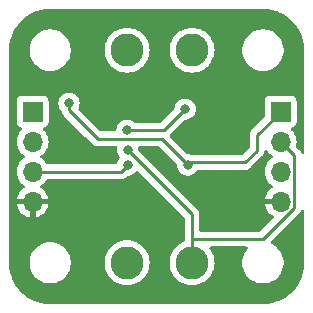
<source format=gbr>
%TF.GenerationSoftware,KiCad,Pcbnew,7.0.6*%
%TF.CreationDate,2023-11-15T13:56:34-06:00*%
%TF.ProjectId,TorqueSensorAmpifierPCB,546f7271-7565-4536-956e-736f72416d70,rev?*%
%TF.SameCoordinates,Original*%
%TF.FileFunction,Copper,L2,Bot*%
%TF.FilePolarity,Positive*%
%FSLAX46Y46*%
G04 Gerber Fmt 4.6, Leading zero omitted, Abs format (unit mm)*
G04 Created by KiCad (PCBNEW 7.0.6) date 2023-11-15 13:56:34*
%MOMM*%
%LPD*%
G01*
G04 APERTURE LIST*
%TA.AperFunction,ComponentPad*%
%ADD10C,2.800000*%
%TD*%
%TA.AperFunction,ComponentPad*%
%ADD11R,1.700000X1.700000*%
%TD*%
%TA.AperFunction,ComponentPad*%
%ADD12O,1.700000X1.700000*%
%TD*%
%TA.AperFunction,ViaPad*%
%ADD13C,0.800000*%
%TD*%
%TA.AperFunction,Conductor*%
%ADD14C,0.250000*%
%TD*%
G04 APERTURE END LIST*
D10*
%TO.P,TP1,1,1*%
%TO.N,/SIG_IN_+*%
X73000000Y-91500000D03*
%TD*%
D11*
%TO.P,J2,1,Pin_1*%
%TO.N,+5V*%
X80500000Y-96700000D03*
D12*
%TO.P,J2,2,Pin_2*%
%TO.N,GNDS*%
X80500000Y-99240000D03*
%TO.P,J2,3,Pin_3*%
%TO.N,/SIG_OUT_+*%
X80500000Y-101780000D03*
%TO.P,J2,4,Pin_4*%
%TO.N,GND*%
X80500000Y-104320000D03*
%TD*%
D10*
%TO.P,TP4,1,1*%
%TO.N,GNDS*%
X73000000Y-109500000D03*
%TD*%
%TO.P,TP2,1,1*%
%TO.N,GNDS*%
X67500000Y-91500000D03*
%TD*%
%TO.P,TP3,1,1*%
%TO.N,/SIG_OUT_+*%
X67500000Y-109500000D03*
%TD*%
D11*
%TO.P,J1,1,Pin_1*%
%TO.N,+5V*%
X59500000Y-96700000D03*
D12*
%TO.P,J1,2,Pin_2*%
%TO.N,GNDS*%
X59500000Y-99240000D03*
%TO.P,J1,3,Pin_3*%
%TO.N,/SIG_IN_+*%
X59500000Y-101780000D03*
%TO.P,J1,4,Pin_4*%
%TO.N,GND*%
X59500000Y-104320000D03*
%TD*%
D13*
%TO.N,Net-(R2-Pad1)*%
X72412500Y-96500000D03*
X67500000Y-98275500D03*
%TO.N,+5V*%
X62587500Y-96000000D03*
X72647550Y-101230000D03*
%TO.N,GNDS*%
X67550000Y-99960000D03*
%TO.N,/SIG_IN_+*%
X67550000Y-101230000D03*
%TD*%
D14*
%TO.N,+5V*%
X72647550Y-101230000D02*
X70417550Y-99000000D01*
X62587500Y-96587500D02*
X62587500Y-96000000D01*
X70417550Y-99000000D02*
X65000000Y-99000000D01*
X65000000Y-99000000D02*
X62587500Y-96587500D01*
%TO.N,Net-(R2-Pad1)*%
X70637000Y-98275500D02*
X72412500Y-96500000D01*
X67500000Y-98275500D02*
X70637000Y-98275500D01*
%TO.N,GNDS*%
X79000000Y-107500000D02*
X73000000Y-107500000D01*
X80500000Y-99240000D02*
X81675000Y-100415000D01*
X81675000Y-100415000D02*
X81675000Y-104825000D01*
X73000000Y-107500000D02*
X73000000Y-105410000D01*
X73000000Y-109500000D02*
X73000000Y-107500000D01*
X81675000Y-104825000D02*
X79000000Y-107500000D01*
%TO.N,+5V*%
X72877550Y-101000000D02*
X72647550Y-101230000D01*
X77500000Y-101000000D02*
X72877550Y-101000000D01*
X78500000Y-100000000D02*
X77500000Y-101000000D01*
X78500000Y-98700000D02*
X78500000Y-100000000D01*
X80500000Y-96700000D02*
X78500000Y-98700000D01*
%TO.N,GNDS*%
X73000000Y-105410000D02*
X67550000Y-99960000D01*
%TO.N,/SIG_IN_+*%
X59500000Y-101780000D02*
X67000000Y-101780000D01*
X67000000Y-101780000D02*
X67550000Y-101230000D01*
%TD*%
%TA.AperFunction,Conductor*%
%TO.N,GND*%
G36*
X79001513Y-88000575D02*
G01*
X79067131Y-88003797D01*
X79152481Y-88007990D01*
X79346607Y-88018164D01*
X79352409Y-88018745D01*
X79521733Y-88043862D01*
X79697594Y-88071716D01*
X79702929Y-88072804D01*
X79872209Y-88115206D01*
X80041341Y-88160525D01*
X80046122Y-88162018D01*
X80211894Y-88221332D01*
X80374263Y-88283660D01*
X80378543Y-88285492D01*
X80464073Y-88325944D01*
X80538476Y-88361134D01*
X80692992Y-88439864D01*
X80696720Y-88441928D01*
X80848967Y-88533180D01*
X80994262Y-88627537D01*
X80997428Y-88629736D01*
X81140323Y-88735714D01*
X81274975Y-88844752D01*
X81277594Y-88846997D01*
X81408517Y-88965658D01*
X81410721Y-88967757D01*
X81532241Y-89089277D01*
X81534340Y-89091481D01*
X81653001Y-89222404D01*
X81655246Y-89225023D01*
X81764285Y-89359676D01*
X81870262Y-89502570D01*
X81872461Y-89505736D01*
X81966822Y-89651038D01*
X82058070Y-89803278D01*
X82060133Y-89807006D01*
X82138868Y-89961529D01*
X82214506Y-90121455D01*
X82216342Y-90125746D01*
X82278672Y-90288120D01*
X82289827Y-90319295D01*
X82337970Y-90453847D01*
X82339479Y-90458678D01*
X82384793Y-90627790D01*
X82427191Y-90797056D01*
X82428286Y-90802424D01*
X82456145Y-90978317D01*
X82481250Y-91147560D01*
X82481836Y-91153416D01*
X82492011Y-91347561D01*
X82499425Y-91498488D01*
X82499500Y-91501530D01*
X82499500Y-100139671D01*
X82479815Y-100206710D01*
X82427011Y-100252465D01*
X82357853Y-100262409D01*
X82294297Y-100233384D01*
X82256523Y-100174606D01*
X82256424Y-100174268D01*
X82253617Y-100164608D01*
X82253616Y-100164606D01*
X82243423Y-100147371D01*
X82234861Y-100129894D01*
X82227487Y-100111270D01*
X82227486Y-100111268D01*
X82200079Y-100073545D01*
X82196888Y-100068686D01*
X82173172Y-100028583D01*
X82173165Y-100028574D01*
X82159006Y-100014415D01*
X82146368Y-99999619D01*
X82134594Y-99983413D01*
X82129119Y-99978884D01*
X82098688Y-99953709D01*
X82094376Y-99949786D01*
X81840236Y-99695647D01*
X81806752Y-99634324D01*
X81808143Y-99575872D01*
X81835063Y-99475408D01*
X81855659Y-99240000D01*
X81835063Y-99004592D01*
X81773903Y-98776337D01*
X81674035Y-98562171D01*
X81647380Y-98524104D01*
X81538496Y-98368600D01*
X81497972Y-98328076D01*
X81416567Y-98246671D01*
X81383084Y-98185351D01*
X81388068Y-98115659D01*
X81429939Y-98059725D01*
X81460915Y-98042810D01*
X81592331Y-97993796D01*
X81707546Y-97907546D01*
X81793796Y-97792331D01*
X81844091Y-97657483D01*
X81850500Y-97597873D01*
X81850499Y-95802128D01*
X81844091Y-95742517D01*
X81834145Y-95715851D01*
X81793797Y-95607671D01*
X81793793Y-95607664D01*
X81707547Y-95492455D01*
X81707544Y-95492452D01*
X81592335Y-95406206D01*
X81592328Y-95406202D01*
X81457482Y-95355908D01*
X81457483Y-95355908D01*
X81397883Y-95349501D01*
X81397881Y-95349500D01*
X81397873Y-95349500D01*
X81397864Y-95349500D01*
X79602129Y-95349500D01*
X79602123Y-95349501D01*
X79542516Y-95355908D01*
X79407671Y-95406202D01*
X79407664Y-95406206D01*
X79292455Y-95492452D01*
X79292452Y-95492455D01*
X79206206Y-95607664D01*
X79206202Y-95607671D01*
X79155908Y-95742517D01*
X79149501Y-95802116D01*
X79149501Y-95802123D01*
X79149500Y-95802135D01*
X79149500Y-97114546D01*
X79129815Y-97181585D01*
X79113181Y-97202227D01*
X78116208Y-98199199D01*
X78103951Y-98209020D01*
X78104134Y-98209241D01*
X78098123Y-98214213D01*
X78050772Y-98264636D01*
X78029889Y-98285519D01*
X78029877Y-98285532D01*
X78025621Y-98291017D01*
X78021837Y-98295447D01*
X77989937Y-98329418D01*
X77989936Y-98329420D01*
X77980284Y-98346976D01*
X77969610Y-98363226D01*
X77957329Y-98379061D01*
X77957324Y-98379068D01*
X77938815Y-98421838D01*
X77936245Y-98427084D01*
X77913803Y-98467906D01*
X77908822Y-98487307D01*
X77902521Y-98505710D01*
X77894562Y-98524102D01*
X77894561Y-98524105D01*
X77887271Y-98570127D01*
X77886087Y-98575846D01*
X77874501Y-98620972D01*
X77874500Y-98620982D01*
X77874500Y-98641016D01*
X77872973Y-98660415D01*
X77869840Y-98680194D01*
X77869840Y-98680195D01*
X77874225Y-98726583D01*
X77874500Y-98732421D01*
X77874500Y-99689547D01*
X77854815Y-99756586D01*
X77838181Y-99777228D01*
X77277228Y-100338181D01*
X77215905Y-100371666D01*
X77189547Y-100374500D01*
X72964363Y-100374500D01*
X72933823Y-100369662D01*
X72933708Y-100370206D01*
X72742196Y-100329500D01*
X72683003Y-100329500D01*
X72615964Y-100309815D01*
X72595322Y-100293181D01*
X71137296Y-98835155D01*
X71103811Y-98773832D01*
X71108795Y-98704140D01*
X71137296Y-98659793D01*
X71428490Y-98368600D01*
X72360271Y-97436819D01*
X72421595Y-97403334D01*
X72447953Y-97400500D01*
X72507144Y-97400500D01*
X72507146Y-97400500D01*
X72692303Y-97361144D01*
X72865230Y-97284151D01*
X73018371Y-97172888D01*
X73145033Y-97032216D01*
X73239679Y-96868284D01*
X73298174Y-96688256D01*
X73317960Y-96500000D01*
X73298174Y-96311744D01*
X73239679Y-96131716D01*
X73145033Y-95967784D01*
X73018371Y-95827112D01*
X72997219Y-95811744D01*
X72865234Y-95715851D01*
X72865229Y-95715848D01*
X72692307Y-95638857D01*
X72692302Y-95638855D01*
X72545555Y-95607664D01*
X72507146Y-95599500D01*
X72317854Y-95599500D01*
X72285397Y-95606398D01*
X72132697Y-95638855D01*
X72132692Y-95638857D01*
X71959770Y-95715848D01*
X71959765Y-95715851D01*
X71806629Y-95827111D01*
X71679966Y-95967785D01*
X71585321Y-96131715D01*
X71585318Y-96131722D01*
X71526827Y-96311740D01*
X71526826Y-96311744D01*
X71516801Y-96407128D01*
X71509179Y-96479649D01*
X71482594Y-96544263D01*
X71473539Y-96554368D01*
X70414228Y-97613681D01*
X70352905Y-97647166D01*
X70326547Y-97650000D01*
X68203748Y-97650000D01*
X68136709Y-97630315D01*
X68111600Y-97608974D01*
X68105873Y-97602614D01*
X68105869Y-97602610D01*
X67952734Y-97491351D01*
X67952729Y-97491348D01*
X67779807Y-97414357D01*
X67779802Y-97414355D01*
X67634001Y-97383365D01*
X67594646Y-97375000D01*
X67405354Y-97375000D01*
X67372897Y-97381898D01*
X67220197Y-97414355D01*
X67220192Y-97414357D01*
X67047270Y-97491348D01*
X67047265Y-97491351D01*
X66894129Y-97602611D01*
X66767466Y-97743285D01*
X66672821Y-97907215D01*
X66672818Y-97907222D01*
X66614327Y-98087240D01*
X66614326Y-98087244D01*
X66595805Y-98263463D01*
X66569222Y-98328076D01*
X66511924Y-98368061D01*
X66472485Y-98374500D01*
X65310453Y-98374500D01*
X65243414Y-98354815D01*
X65222772Y-98338181D01*
X63422734Y-96538143D01*
X63389249Y-96476820D01*
X63394233Y-96407128D01*
X63403026Y-96388465D01*
X63414679Y-96368284D01*
X63473174Y-96188256D01*
X63492960Y-96000000D01*
X63473174Y-95811744D01*
X63414679Y-95631716D01*
X63320033Y-95467784D01*
X63193371Y-95327112D01*
X63193370Y-95327111D01*
X63040234Y-95215851D01*
X63040229Y-95215848D01*
X62867307Y-95138857D01*
X62867302Y-95138855D01*
X62721501Y-95107865D01*
X62682146Y-95099500D01*
X62492854Y-95099500D01*
X62460397Y-95106398D01*
X62307697Y-95138855D01*
X62307692Y-95138857D01*
X62134770Y-95215848D01*
X62134765Y-95215851D01*
X61981629Y-95327111D01*
X61854966Y-95467785D01*
X61760321Y-95631715D01*
X61760318Y-95631722D01*
X61704950Y-95802128D01*
X61701826Y-95811744D01*
X61682040Y-96000000D01*
X61701826Y-96188256D01*
X61701827Y-96188259D01*
X61760318Y-96368277D01*
X61760320Y-96368282D01*
X61760321Y-96368284D01*
X61854967Y-96532216D01*
X61874913Y-96554368D01*
X61934075Y-96620074D01*
X61962231Y-96678745D01*
X61962614Y-96678634D01*
X61963282Y-96680933D01*
X61964305Y-96683065D01*
X61964399Y-96683652D01*
X61964790Y-96686125D01*
X61970379Y-96705359D01*
X61974324Y-96724411D01*
X61976836Y-96744292D01*
X61993990Y-96787619D01*
X61995882Y-96793147D01*
X62008881Y-96837888D01*
X62019080Y-96855134D01*
X62027638Y-96872603D01*
X62035014Y-96891232D01*
X62062398Y-96928923D01*
X62065606Y-96933807D01*
X62089327Y-96973916D01*
X62089333Y-96973924D01*
X62103490Y-96988080D01*
X62116127Y-97002875D01*
X62127906Y-97019087D01*
X62143776Y-97032216D01*
X62163809Y-97048788D01*
X62168120Y-97052710D01*
X63950564Y-98835155D01*
X64499197Y-99383788D01*
X64509022Y-99396051D01*
X64509243Y-99395869D01*
X64514214Y-99401878D01*
X64540217Y-99426295D01*
X64564635Y-99449226D01*
X64585529Y-99470120D01*
X64591011Y-99474373D01*
X64595443Y-99478157D01*
X64629418Y-99510062D01*
X64646976Y-99519714D01*
X64663235Y-99530395D01*
X64679064Y-99542673D01*
X64721838Y-99561182D01*
X64727056Y-99563738D01*
X64767908Y-99586197D01*
X64787316Y-99591180D01*
X64805717Y-99597480D01*
X64824104Y-99605437D01*
X64867488Y-99612308D01*
X64870119Y-99612725D01*
X64875839Y-99613909D01*
X64920981Y-99625500D01*
X64941016Y-99625500D01*
X64960414Y-99627026D01*
X64980194Y-99630159D01*
X64980195Y-99630160D01*
X64980195Y-99630159D01*
X64980196Y-99630160D01*
X65026583Y-99625775D01*
X65032422Y-99625500D01*
X66542284Y-99625500D01*
X66609323Y-99645185D01*
X66655078Y-99697989D01*
X66664749Y-99765254D01*
X66665006Y-99765281D01*
X66664899Y-99766294D01*
X66665022Y-99767147D01*
X66664503Y-99770061D01*
X66664326Y-99771743D01*
X66664326Y-99771744D01*
X66644540Y-99960000D01*
X66664326Y-100148256D01*
X66664327Y-100148259D01*
X66722818Y-100328277D01*
X66722821Y-100328284D01*
X66817467Y-100492216D01*
X66827806Y-100503699D01*
X66835307Y-100512030D01*
X66865535Y-100575022D01*
X66856909Y-100644357D01*
X66835307Y-100677970D01*
X66817466Y-100697785D01*
X66722821Y-100861715D01*
X66722818Y-100861722D01*
X66664326Y-101041742D01*
X66664325Y-101041745D01*
X66664145Y-101043465D01*
X66663763Y-101044392D01*
X66662976Y-101048097D01*
X66662298Y-101047952D01*
X66637559Y-101108079D01*
X66580261Y-101148062D01*
X66540825Y-101154500D01*
X60775227Y-101154500D01*
X60708188Y-101134815D01*
X60673652Y-101101623D01*
X60538494Y-100908597D01*
X60371402Y-100741506D01*
X60371396Y-100741501D01*
X60185842Y-100611575D01*
X60142217Y-100556998D01*
X60135023Y-100487500D01*
X60166546Y-100425145D01*
X60185842Y-100408425D01*
X60277169Y-100344477D01*
X60371401Y-100278495D01*
X60538495Y-100111401D01*
X60674035Y-99917830D01*
X60773903Y-99703663D01*
X60835063Y-99475408D01*
X60855659Y-99240000D01*
X60835063Y-99004592D01*
X60773903Y-98776337D01*
X60674035Y-98562171D01*
X60647380Y-98524104D01*
X60538496Y-98368600D01*
X60497972Y-98328076D01*
X60416567Y-98246671D01*
X60383084Y-98185351D01*
X60388068Y-98115659D01*
X60429939Y-98059725D01*
X60460915Y-98042810D01*
X60592331Y-97993796D01*
X60707546Y-97907546D01*
X60793796Y-97792331D01*
X60844091Y-97657483D01*
X60850500Y-97597873D01*
X60850499Y-95802128D01*
X60844091Y-95742517D01*
X60834145Y-95715851D01*
X60793797Y-95607671D01*
X60793793Y-95607664D01*
X60707547Y-95492455D01*
X60707544Y-95492452D01*
X60592335Y-95406206D01*
X60592328Y-95406202D01*
X60457482Y-95355908D01*
X60457483Y-95355908D01*
X60397883Y-95349501D01*
X60397881Y-95349500D01*
X60397873Y-95349500D01*
X60397864Y-95349500D01*
X58602129Y-95349500D01*
X58602123Y-95349501D01*
X58542516Y-95355908D01*
X58407671Y-95406202D01*
X58407664Y-95406206D01*
X58292455Y-95492452D01*
X58292452Y-95492455D01*
X58206206Y-95607664D01*
X58206202Y-95607671D01*
X58155908Y-95742517D01*
X58149501Y-95802116D01*
X58149501Y-95802123D01*
X58149500Y-95802135D01*
X58149500Y-97597870D01*
X58149501Y-97597876D01*
X58155908Y-97657483D01*
X58206202Y-97792328D01*
X58206206Y-97792335D01*
X58292452Y-97907544D01*
X58292455Y-97907547D01*
X58407664Y-97993793D01*
X58407671Y-97993797D01*
X58539081Y-98042810D01*
X58595015Y-98084681D01*
X58619432Y-98150145D01*
X58604580Y-98218418D01*
X58583430Y-98246673D01*
X58461503Y-98368600D01*
X58325965Y-98562169D01*
X58325964Y-98562171D01*
X58226098Y-98776335D01*
X58226094Y-98776344D01*
X58164938Y-99004586D01*
X58164936Y-99004596D01*
X58144341Y-99239999D01*
X58144341Y-99240000D01*
X58164936Y-99475403D01*
X58164938Y-99475413D01*
X58226094Y-99703655D01*
X58226096Y-99703659D01*
X58226097Y-99703663D01*
X58257059Y-99770061D01*
X58325965Y-99917830D01*
X58325967Y-99917834D01*
X58424801Y-100058983D01*
X58461504Y-100111400D01*
X58461506Y-100111402D01*
X58628597Y-100278493D01*
X58628603Y-100278498D01*
X58814158Y-100408425D01*
X58857783Y-100463002D01*
X58864977Y-100532500D01*
X58833454Y-100594855D01*
X58814158Y-100611575D01*
X58628597Y-100741505D01*
X58461505Y-100908597D01*
X58325965Y-101102169D01*
X58325964Y-101102171D01*
X58226098Y-101316335D01*
X58226094Y-101316344D01*
X58164938Y-101544586D01*
X58164936Y-101544596D01*
X58144341Y-101779999D01*
X58144341Y-101780000D01*
X58164936Y-102015403D01*
X58164938Y-102015413D01*
X58226094Y-102243655D01*
X58226096Y-102243659D01*
X58226097Y-102243663D01*
X58272630Y-102343453D01*
X58325965Y-102457830D01*
X58325967Y-102457834D01*
X58434281Y-102612521D01*
X58461501Y-102651396D01*
X58461506Y-102651402D01*
X58628597Y-102818493D01*
X58628603Y-102818498D01*
X58814594Y-102948730D01*
X58858219Y-103003307D01*
X58865413Y-103072805D01*
X58833890Y-103135160D01*
X58814595Y-103151880D01*
X58628922Y-103281890D01*
X58628920Y-103281891D01*
X58461891Y-103448920D01*
X58461886Y-103448926D01*
X58326400Y-103642420D01*
X58326399Y-103642422D01*
X58226570Y-103856507D01*
X58226567Y-103856513D01*
X58169364Y-104069999D01*
X58169364Y-104070000D01*
X59066314Y-104070000D01*
X59040507Y-104110156D01*
X59000000Y-104248111D01*
X59000000Y-104391889D01*
X59040507Y-104529844D01*
X59066314Y-104570000D01*
X58169364Y-104570000D01*
X58226567Y-104783486D01*
X58226570Y-104783492D01*
X58326399Y-104997578D01*
X58461894Y-105191082D01*
X58628917Y-105358105D01*
X58822421Y-105493600D01*
X59036507Y-105593429D01*
X59036516Y-105593433D01*
X59249998Y-105650635D01*
X59249999Y-105650634D01*
X59249999Y-104755501D01*
X59357685Y-104804680D01*
X59464237Y-104820000D01*
X59535763Y-104820000D01*
X59642315Y-104804680D01*
X59750000Y-104755501D01*
X59750000Y-105650633D01*
X59963483Y-105593433D01*
X59963492Y-105593429D01*
X60177578Y-105493600D01*
X60371082Y-105358105D01*
X60538105Y-105191082D01*
X60673600Y-104997578D01*
X60773429Y-104783492D01*
X60773432Y-104783486D01*
X60830636Y-104570000D01*
X59933686Y-104570000D01*
X59959493Y-104529844D01*
X60000000Y-104391889D01*
X60000000Y-104248111D01*
X59959493Y-104110156D01*
X59933686Y-104070000D01*
X60830636Y-104070000D01*
X60830635Y-104069999D01*
X60773432Y-103856513D01*
X60773429Y-103856507D01*
X60673600Y-103642422D01*
X60673599Y-103642420D01*
X60538113Y-103448926D01*
X60538108Y-103448920D01*
X60371078Y-103281890D01*
X60185405Y-103151879D01*
X60141780Y-103097302D01*
X60134588Y-103027804D01*
X60166110Y-102965449D01*
X60185406Y-102948730D01*
X60371401Y-102818495D01*
X60538495Y-102651401D01*
X60673651Y-102458377D01*
X60728229Y-102414752D01*
X60775227Y-102405500D01*
X66917257Y-102405500D01*
X66932877Y-102407224D01*
X66932904Y-102406939D01*
X66940660Y-102407671D01*
X66940667Y-102407673D01*
X67009814Y-102405500D01*
X67039350Y-102405500D01*
X67046228Y-102404630D01*
X67052041Y-102404172D01*
X67098627Y-102402709D01*
X67117869Y-102397117D01*
X67136912Y-102393174D01*
X67156792Y-102390664D01*
X67200122Y-102373507D01*
X67205646Y-102371617D01*
X67209396Y-102370527D01*
X67250390Y-102358618D01*
X67267629Y-102348422D01*
X67285103Y-102339862D01*
X67303727Y-102332488D01*
X67303727Y-102332487D01*
X67303732Y-102332486D01*
X67341449Y-102305082D01*
X67346305Y-102301892D01*
X67386420Y-102278170D01*
X67400589Y-102263999D01*
X67415379Y-102251368D01*
X67431587Y-102239594D01*
X67461294Y-102203681D01*
X67465219Y-102199370D01*
X67497772Y-102166817D01*
X67559096Y-102133333D01*
X67585452Y-102130500D01*
X67644644Y-102130500D01*
X67644646Y-102130500D01*
X67829803Y-102091144D01*
X68002730Y-102014151D01*
X68155871Y-101902888D01*
X68282533Y-101762216D01*
X68282536Y-101762210D01*
X68282794Y-101761924D01*
X68342280Y-101725276D01*
X68412137Y-101726605D01*
X68462625Y-101757215D01*
X72338181Y-105632771D01*
X72371666Y-105694094D01*
X72374500Y-105720452D01*
X72374500Y-107429152D01*
X72372305Y-107452379D01*
X72370773Y-107460412D01*
X72374378Y-107517724D01*
X72374500Y-107521595D01*
X72374500Y-107618813D01*
X72354815Y-107685852D01*
X72302011Y-107731607D01*
X72293834Y-107734994D01*
X72208493Y-107766825D01*
X72208481Y-107766830D01*
X71969892Y-107897109D01*
X71969891Y-107897110D01*
X71752259Y-108060028D01*
X71752247Y-108060038D01*
X71560038Y-108252247D01*
X71560028Y-108252259D01*
X71397110Y-108469891D01*
X71397109Y-108469892D01*
X71266830Y-108708480D01*
X71219326Y-108835843D01*
X71171825Y-108963199D01*
X71171824Y-108963202D01*
X71171823Y-108963206D01*
X71114040Y-109228832D01*
X71114039Y-109228839D01*
X71094645Y-109499998D01*
X71094645Y-109500001D01*
X71114039Y-109771160D01*
X71114040Y-109771167D01*
X71140025Y-109890617D01*
X71171825Y-110036801D01*
X71231798Y-110197594D01*
X71266830Y-110291519D01*
X71397109Y-110530107D01*
X71397110Y-110530108D01*
X71397113Y-110530113D01*
X71560029Y-110747742D01*
X71560033Y-110747746D01*
X71560038Y-110747752D01*
X71752247Y-110939961D01*
X71752253Y-110939966D01*
X71752258Y-110939971D01*
X71969887Y-111102887D01*
X71969891Y-111102889D01*
X71969892Y-111102890D01*
X72208481Y-111233169D01*
X72208480Y-111233169D01*
X72208484Y-111233170D01*
X72208487Y-111233172D01*
X72463199Y-111328175D01*
X72728840Y-111385961D01*
X72980605Y-111403967D01*
X72999999Y-111405355D01*
X73000000Y-111405355D01*
X73000001Y-111405355D01*
X73018100Y-111404060D01*
X73271160Y-111385961D01*
X73536801Y-111328175D01*
X73791513Y-111233172D01*
X73791517Y-111233169D01*
X73791519Y-111233169D01*
X73944467Y-111149653D01*
X74030113Y-111102887D01*
X74247742Y-110939971D01*
X74439971Y-110747742D01*
X74602887Y-110530113D01*
X74689109Y-110372209D01*
X74733169Y-110291519D01*
X74733169Y-110291517D01*
X74733172Y-110291513D01*
X74828175Y-110036801D01*
X74885961Y-109771160D01*
X74905355Y-109500000D01*
X74905245Y-109498469D01*
X74902765Y-109463799D01*
X74885961Y-109228840D01*
X74828175Y-108963199D01*
X74733172Y-108708487D01*
X74733170Y-108708484D01*
X74733169Y-108708480D01*
X74602890Y-108469892D01*
X74602889Y-108469891D01*
X74602887Y-108469887D01*
X74493534Y-108323810D01*
X74469118Y-108258346D01*
X74483970Y-108190073D01*
X74533375Y-108140668D01*
X74592802Y-108125500D01*
X77603177Y-108125500D01*
X77670216Y-108145185D01*
X77715971Y-108197989D01*
X77725915Y-108267147D01*
X77696890Y-108330703D01*
X77694076Y-108333841D01*
X77627567Y-108405520D01*
X77479768Y-108622302D01*
X77479767Y-108622303D01*
X77365938Y-108858673D01*
X77288606Y-109109376D01*
X77288605Y-109109381D01*
X77288604Y-109109385D01*
X77273853Y-109207247D01*
X77249500Y-109368812D01*
X77249500Y-109631187D01*
X77269794Y-109765823D01*
X77288604Y-109890615D01*
X77288605Y-109890617D01*
X77288606Y-109890623D01*
X77365938Y-110141326D01*
X77479767Y-110377696D01*
X77479768Y-110377697D01*
X77479770Y-110377700D01*
X77479772Y-110377704D01*
X77583679Y-110530107D01*
X77627567Y-110594479D01*
X77806014Y-110786801D01*
X77806018Y-110786804D01*
X77806019Y-110786805D01*
X78011143Y-110950386D01*
X78238357Y-111081568D01*
X78482584Y-111177420D01*
X78738370Y-111235802D01*
X78738376Y-111235802D01*
X78738379Y-111235803D01*
X78934500Y-111250500D01*
X78934506Y-111250500D01*
X79065500Y-111250500D01*
X79261620Y-111235803D01*
X79261622Y-111235802D01*
X79261630Y-111235802D01*
X79517416Y-111177420D01*
X79761643Y-111081568D01*
X79988857Y-110950386D01*
X80193981Y-110786805D01*
X80372433Y-110594479D01*
X80520228Y-110377704D01*
X80634063Y-110141323D01*
X80711396Y-109890615D01*
X80750500Y-109631182D01*
X80750500Y-109368818D01*
X80711396Y-109109385D01*
X80634063Y-108858677D01*
X80622121Y-108833880D01*
X80520232Y-108622303D01*
X80520231Y-108622302D01*
X80520230Y-108622301D01*
X80520228Y-108622296D01*
X80372433Y-108405521D01*
X80305924Y-108333841D01*
X80193985Y-108213198D01*
X80084015Y-108125500D01*
X79988857Y-108049614D01*
X79761643Y-107918432D01*
X79761641Y-107918431D01*
X79725736Y-107904339D01*
X79670522Y-107861522D01*
X79647222Y-107795652D01*
X79663233Y-107727642D01*
X79683354Y-107701234D01*
X82058788Y-105325801D01*
X82071042Y-105315986D01*
X82070859Y-105315764D01*
X82076866Y-105310792D01*
X82076877Y-105310786D01*
X82107775Y-105277882D01*
X82124227Y-105260364D01*
X82134671Y-105249918D01*
X82145120Y-105239471D01*
X82149379Y-105233978D01*
X82153152Y-105229561D01*
X82185062Y-105195582D01*
X82194713Y-105178024D01*
X82205396Y-105161761D01*
X82217673Y-105145936D01*
X82236185Y-105103153D01*
X82238738Y-105097941D01*
X82261197Y-105057092D01*
X82261197Y-105057091D01*
X82264957Y-105050253D01*
X82266733Y-105051229D01*
X82303181Y-105004510D01*
X82369119Y-104981401D01*
X82437082Y-104997610D01*
X82485494Y-105047989D01*
X82499500Y-105105237D01*
X82499500Y-109498469D01*
X82499425Y-109501511D01*
X82492011Y-109652438D01*
X82481836Y-109846582D01*
X82481250Y-109852438D01*
X82456145Y-110021682D01*
X82428286Y-110197574D01*
X82427191Y-110202942D01*
X82384793Y-110372209D01*
X82339479Y-110541320D01*
X82337967Y-110546163D01*
X82278672Y-110711879D01*
X82216342Y-110874252D01*
X82214507Y-110878543D01*
X82138868Y-111038470D01*
X82060133Y-111192992D01*
X82058070Y-111196720D01*
X81966822Y-111348961D01*
X81872461Y-111494262D01*
X81870262Y-111497428D01*
X81764285Y-111640323D01*
X81655245Y-111774975D01*
X81653001Y-111777594D01*
X81534340Y-111908517D01*
X81532241Y-111910721D01*
X81410721Y-112032241D01*
X81408517Y-112034340D01*
X81277594Y-112153001D01*
X81274975Y-112155245D01*
X81140323Y-112264285D01*
X80997428Y-112370262D01*
X80994262Y-112372461D01*
X80848961Y-112466822D01*
X80696720Y-112558070D01*
X80692992Y-112560133D01*
X80538470Y-112638868D01*
X80378543Y-112714507D01*
X80374252Y-112716342D01*
X80211879Y-112778672D01*
X80046163Y-112837967D01*
X80041320Y-112839479D01*
X79872209Y-112884793D01*
X79702942Y-112927191D01*
X79697574Y-112928286D01*
X79521682Y-112956145D01*
X79352438Y-112981250D01*
X79346582Y-112981836D01*
X79152438Y-112992011D01*
X79001513Y-112999425D01*
X78998470Y-112999500D01*
X61001530Y-112999500D01*
X60998488Y-112999425D01*
X60847561Y-112992011D01*
X60653416Y-112981836D01*
X60647560Y-112981250D01*
X60478317Y-112956145D01*
X60302424Y-112928286D01*
X60297056Y-112927191D01*
X60127790Y-112884793D01*
X59958678Y-112839479D01*
X59953847Y-112837970D01*
X59847307Y-112799850D01*
X59788120Y-112778672D01*
X59625746Y-112716342D01*
X59621455Y-112714506D01*
X59461529Y-112638868D01*
X59307006Y-112560133D01*
X59303278Y-112558070D01*
X59151038Y-112466822D01*
X59005736Y-112372461D01*
X59002570Y-112370262D01*
X58859676Y-112264285D01*
X58725023Y-112155246D01*
X58722404Y-112153001D01*
X58591481Y-112034340D01*
X58589277Y-112032241D01*
X58467757Y-111910721D01*
X58465658Y-111908517D01*
X58346997Y-111777594D01*
X58344752Y-111774975D01*
X58235714Y-111640323D01*
X58129736Y-111497428D01*
X58127537Y-111494262D01*
X58033177Y-111348961D01*
X58020718Y-111328175D01*
X57963776Y-111233172D01*
X57941928Y-111196720D01*
X57939864Y-111192992D01*
X57861131Y-111038470D01*
X57785492Y-110878543D01*
X57783656Y-110874252D01*
X57735097Y-110747752D01*
X57721327Y-110711879D01*
X57662018Y-110546122D01*
X57660525Y-110541341D01*
X57615206Y-110372209D01*
X57572804Y-110202929D01*
X57571716Y-110197594D01*
X57543854Y-110021682D01*
X57518745Y-109852409D01*
X57518164Y-109846607D01*
X57507989Y-109652438D01*
X57506945Y-109631187D01*
X59249500Y-109631187D01*
X59269794Y-109765823D01*
X59288604Y-109890615D01*
X59288605Y-109890617D01*
X59288606Y-109890623D01*
X59365938Y-110141326D01*
X59479767Y-110377696D01*
X59479768Y-110377697D01*
X59479770Y-110377700D01*
X59479772Y-110377704D01*
X59583679Y-110530107D01*
X59627567Y-110594479D01*
X59806014Y-110786801D01*
X59806018Y-110786804D01*
X59806019Y-110786805D01*
X60011143Y-110950386D01*
X60238357Y-111081568D01*
X60482584Y-111177420D01*
X60738370Y-111235802D01*
X60738376Y-111235802D01*
X60738379Y-111235803D01*
X60934500Y-111250500D01*
X60934506Y-111250500D01*
X61065500Y-111250500D01*
X61261620Y-111235803D01*
X61261622Y-111235802D01*
X61261630Y-111235802D01*
X61517416Y-111177420D01*
X61761643Y-111081568D01*
X61988857Y-110950386D01*
X62193981Y-110786805D01*
X62372433Y-110594479D01*
X62520228Y-110377704D01*
X62634063Y-110141323D01*
X62711396Y-109890615D01*
X62750500Y-109631182D01*
X62750500Y-109500001D01*
X65594645Y-109500001D01*
X65614039Y-109771160D01*
X65614040Y-109771167D01*
X65640025Y-109890617D01*
X65671825Y-110036801D01*
X65731798Y-110197594D01*
X65766830Y-110291519D01*
X65897109Y-110530107D01*
X65897110Y-110530108D01*
X65897113Y-110530113D01*
X66060029Y-110747742D01*
X66060033Y-110747746D01*
X66060038Y-110747752D01*
X66252247Y-110939961D01*
X66252253Y-110939966D01*
X66252258Y-110939971D01*
X66469887Y-111102887D01*
X66469891Y-111102889D01*
X66469892Y-111102890D01*
X66708481Y-111233169D01*
X66708480Y-111233169D01*
X66708484Y-111233170D01*
X66708487Y-111233172D01*
X66963199Y-111328175D01*
X67228840Y-111385961D01*
X67480604Y-111403967D01*
X67499999Y-111405355D01*
X67500000Y-111405355D01*
X67500001Y-111405355D01*
X67518100Y-111404060D01*
X67771160Y-111385961D01*
X68036801Y-111328175D01*
X68291513Y-111233172D01*
X68291517Y-111233169D01*
X68291519Y-111233169D01*
X68444467Y-111149653D01*
X68530113Y-111102887D01*
X68747742Y-110939971D01*
X68939971Y-110747742D01*
X69102887Y-110530113D01*
X69189109Y-110372209D01*
X69233169Y-110291519D01*
X69233169Y-110291517D01*
X69233172Y-110291513D01*
X69328175Y-110036801D01*
X69385961Y-109771160D01*
X69405355Y-109500000D01*
X69405245Y-109498469D01*
X69402765Y-109463799D01*
X69385961Y-109228840D01*
X69328175Y-108963199D01*
X69233172Y-108708487D01*
X69233170Y-108708484D01*
X69233169Y-108708480D01*
X69102890Y-108469892D01*
X69102889Y-108469891D01*
X69102887Y-108469887D01*
X68939971Y-108252258D01*
X68939966Y-108252253D01*
X68939961Y-108252247D01*
X68747752Y-108060038D01*
X68747746Y-108060033D01*
X68747742Y-108060029D01*
X68530113Y-107897113D01*
X68530108Y-107897110D01*
X68530107Y-107897109D01*
X68291518Y-107766830D01*
X68291519Y-107766830D01*
X68197082Y-107731607D01*
X68036801Y-107671825D01*
X68036794Y-107671823D01*
X68036793Y-107671823D01*
X67771167Y-107614040D01*
X67771160Y-107614039D01*
X67500001Y-107594645D01*
X67499999Y-107594645D01*
X67228839Y-107614039D01*
X67228832Y-107614040D01*
X66963206Y-107671823D01*
X66963202Y-107671824D01*
X66963199Y-107671825D01*
X66835842Y-107719326D01*
X66708480Y-107766830D01*
X66469892Y-107897109D01*
X66469891Y-107897110D01*
X66252259Y-108060028D01*
X66252247Y-108060038D01*
X66060038Y-108252247D01*
X66060028Y-108252259D01*
X65897110Y-108469891D01*
X65897109Y-108469892D01*
X65766830Y-108708480D01*
X65719326Y-108835843D01*
X65671825Y-108963199D01*
X65671824Y-108963202D01*
X65671823Y-108963206D01*
X65614040Y-109228832D01*
X65614039Y-109228839D01*
X65594645Y-109499998D01*
X65594645Y-109500001D01*
X62750500Y-109500001D01*
X62750500Y-109368818D01*
X62711396Y-109109385D01*
X62634063Y-108858677D01*
X62622121Y-108833880D01*
X62520232Y-108622303D01*
X62520231Y-108622302D01*
X62520230Y-108622301D01*
X62520228Y-108622296D01*
X62372433Y-108405521D01*
X62305924Y-108333841D01*
X62193985Y-108213198D01*
X62084015Y-108125500D01*
X61988857Y-108049614D01*
X61761643Y-107918432D01*
X61517416Y-107822580D01*
X61517411Y-107822578D01*
X61517402Y-107822576D01*
X61273161Y-107766830D01*
X61261630Y-107764198D01*
X61261629Y-107764197D01*
X61261625Y-107764197D01*
X61261620Y-107764196D01*
X61065500Y-107749500D01*
X61065494Y-107749500D01*
X60934506Y-107749500D01*
X60934500Y-107749500D01*
X60738379Y-107764196D01*
X60738374Y-107764197D01*
X60482597Y-107822576D01*
X60482578Y-107822582D01*
X60238356Y-107918432D01*
X60011143Y-108049614D01*
X59806014Y-108213198D01*
X59627567Y-108405520D01*
X59479768Y-108622302D01*
X59479767Y-108622303D01*
X59365938Y-108858673D01*
X59288606Y-109109376D01*
X59288605Y-109109381D01*
X59288604Y-109109385D01*
X59273853Y-109207247D01*
X59249500Y-109368812D01*
X59249500Y-109631187D01*
X57506945Y-109631187D01*
X57503797Y-109567131D01*
X57500575Y-109501513D01*
X57500500Y-109498471D01*
X57500500Y-91631187D01*
X59249500Y-91631187D01*
X59269794Y-91765823D01*
X59288604Y-91890615D01*
X59288605Y-91890617D01*
X59288606Y-91890623D01*
X59365938Y-92141326D01*
X59479767Y-92377696D01*
X59479768Y-92377697D01*
X59479770Y-92377700D01*
X59479772Y-92377704D01*
X59583679Y-92530107D01*
X59627567Y-92594479D01*
X59806014Y-92786801D01*
X59806018Y-92786804D01*
X59806019Y-92786805D01*
X60011143Y-92950386D01*
X60238357Y-93081568D01*
X60482584Y-93177420D01*
X60738370Y-93235802D01*
X60738376Y-93235802D01*
X60738379Y-93235803D01*
X60934500Y-93250500D01*
X60934506Y-93250500D01*
X61065500Y-93250500D01*
X61261620Y-93235803D01*
X61261622Y-93235802D01*
X61261630Y-93235802D01*
X61517416Y-93177420D01*
X61761643Y-93081568D01*
X61988857Y-92950386D01*
X62193981Y-92786805D01*
X62372433Y-92594479D01*
X62520228Y-92377704D01*
X62634063Y-92141323D01*
X62711396Y-91890615D01*
X62750500Y-91631182D01*
X62750500Y-91500001D01*
X65594645Y-91500001D01*
X65614039Y-91771160D01*
X65614040Y-91771167D01*
X65640025Y-91890617D01*
X65671825Y-92036801D01*
X65710810Y-92141323D01*
X65766830Y-92291519D01*
X65897109Y-92530107D01*
X65897110Y-92530108D01*
X65897113Y-92530113D01*
X66060029Y-92747742D01*
X66060033Y-92747746D01*
X66060038Y-92747752D01*
X66252247Y-92939961D01*
X66252253Y-92939966D01*
X66252258Y-92939971D01*
X66469887Y-93102887D01*
X66469891Y-93102889D01*
X66469892Y-93102890D01*
X66708481Y-93233169D01*
X66708480Y-93233169D01*
X66708484Y-93233170D01*
X66708487Y-93233172D01*
X66963199Y-93328175D01*
X67228840Y-93385961D01*
X67480604Y-93403967D01*
X67499999Y-93405355D01*
X67500000Y-93405355D01*
X67500001Y-93405355D01*
X67518100Y-93404060D01*
X67771160Y-93385961D01*
X68036801Y-93328175D01*
X68291513Y-93233172D01*
X68291517Y-93233169D01*
X68291519Y-93233169D01*
X68410812Y-93168029D01*
X68530113Y-93102887D01*
X68747742Y-92939971D01*
X68939971Y-92747742D01*
X69102887Y-92530113D01*
X69233172Y-92291513D01*
X69328175Y-92036801D01*
X69385961Y-91771160D01*
X69405355Y-91500001D01*
X71094645Y-91500001D01*
X71114039Y-91771160D01*
X71114040Y-91771167D01*
X71140025Y-91890617D01*
X71171825Y-92036801D01*
X71210810Y-92141323D01*
X71266830Y-92291519D01*
X71397109Y-92530107D01*
X71397110Y-92530108D01*
X71397113Y-92530113D01*
X71560029Y-92747742D01*
X71560033Y-92747746D01*
X71560038Y-92747752D01*
X71752247Y-92939961D01*
X71752253Y-92939966D01*
X71752258Y-92939971D01*
X71969887Y-93102887D01*
X71969891Y-93102889D01*
X71969892Y-93102890D01*
X72208481Y-93233169D01*
X72208480Y-93233169D01*
X72208484Y-93233170D01*
X72208487Y-93233172D01*
X72463199Y-93328175D01*
X72728840Y-93385961D01*
X72980605Y-93403967D01*
X72999999Y-93405355D01*
X73000000Y-93405355D01*
X73000001Y-93405355D01*
X73018100Y-93404060D01*
X73271160Y-93385961D01*
X73536801Y-93328175D01*
X73791513Y-93233172D01*
X73791517Y-93233169D01*
X73791519Y-93233169D01*
X73910812Y-93168029D01*
X74030113Y-93102887D01*
X74247742Y-92939971D01*
X74439971Y-92747742D01*
X74602887Y-92530113D01*
X74733172Y-92291513D01*
X74828175Y-92036801D01*
X74885961Y-91771160D01*
X74895972Y-91631187D01*
X77249500Y-91631187D01*
X77269794Y-91765823D01*
X77288604Y-91890615D01*
X77288605Y-91890617D01*
X77288606Y-91890623D01*
X77365938Y-92141326D01*
X77479767Y-92377696D01*
X77479768Y-92377697D01*
X77479770Y-92377700D01*
X77479772Y-92377704D01*
X77583679Y-92530107D01*
X77627567Y-92594479D01*
X77806014Y-92786801D01*
X77806018Y-92786804D01*
X77806019Y-92786805D01*
X78011143Y-92950386D01*
X78238357Y-93081568D01*
X78482584Y-93177420D01*
X78738370Y-93235802D01*
X78738376Y-93235802D01*
X78738379Y-93235803D01*
X78934500Y-93250500D01*
X78934506Y-93250500D01*
X79065500Y-93250500D01*
X79261620Y-93235803D01*
X79261622Y-93235802D01*
X79261630Y-93235802D01*
X79517416Y-93177420D01*
X79761643Y-93081568D01*
X79988857Y-92950386D01*
X80193981Y-92786805D01*
X80372433Y-92594479D01*
X80520228Y-92377704D01*
X80634063Y-92141323D01*
X80711396Y-91890615D01*
X80750500Y-91631182D01*
X80750500Y-91368818D01*
X80711396Y-91109385D01*
X80634063Y-90858677D01*
X80604388Y-90797056D01*
X80520232Y-90622303D01*
X80520231Y-90622302D01*
X80520230Y-90622301D01*
X80520228Y-90622296D01*
X80372433Y-90405521D01*
X80362441Y-90394753D01*
X80193985Y-90213198D01*
X80154533Y-90181736D01*
X79988857Y-90049614D01*
X79761643Y-89918432D01*
X79517416Y-89822580D01*
X79517411Y-89822578D01*
X79517402Y-89822576D01*
X79273161Y-89766830D01*
X79261630Y-89764198D01*
X79261629Y-89764197D01*
X79261625Y-89764197D01*
X79261620Y-89764196D01*
X79065500Y-89749500D01*
X79065494Y-89749500D01*
X78934506Y-89749500D01*
X78934500Y-89749500D01*
X78738379Y-89764196D01*
X78738374Y-89764197D01*
X78482597Y-89822576D01*
X78482578Y-89822582D01*
X78238356Y-89918432D01*
X78011143Y-90049614D01*
X77806014Y-90213198D01*
X77627567Y-90405520D01*
X77479768Y-90622302D01*
X77479767Y-90622303D01*
X77365938Y-90858673D01*
X77288606Y-91109376D01*
X77288605Y-91109381D01*
X77288604Y-91109385D01*
X77281429Y-91156989D01*
X77249500Y-91368812D01*
X77249500Y-91631187D01*
X74895972Y-91631187D01*
X74905355Y-91500000D01*
X74885961Y-91228840D01*
X74828175Y-90963199D01*
X74733172Y-90708487D01*
X74733170Y-90708484D01*
X74733169Y-90708480D01*
X74602890Y-90469892D01*
X74602889Y-90469891D01*
X74602887Y-90469887D01*
X74439971Y-90252258D01*
X74439966Y-90252253D01*
X74439961Y-90252247D01*
X74247752Y-90060038D01*
X74247746Y-90060033D01*
X74247742Y-90060029D01*
X74030113Y-89897113D01*
X74030108Y-89897110D01*
X74030107Y-89897109D01*
X73791518Y-89766830D01*
X73791519Y-89766830D01*
X73741920Y-89748330D01*
X73536801Y-89671825D01*
X73536794Y-89671823D01*
X73536793Y-89671823D01*
X73271167Y-89614040D01*
X73271160Y-89614039D01*
X73000001Y-89594645D01*
X72999999Y-89594645D01*
X72728839Y-89614039D01*
X72728832Y-89614040D01*
X72463206Y-89671823D01*
X72463202Y-89671824D01*
X72463199Y-89671825D01*
X72335842Y-89719326D01*
X72208480Y-89766830D01*
X71969892Y-89897109D01*
X71969891Y-89897110D01*
X71752259Y-90060028D01*
X71752247Y-90060038D01*
X71560038Y-90252247D01*
X71560028Y-90252259D01*
X71397110Y-90469891D01*
X71397109Y-90469892D01*
X71266830Y-90708480D01*
X71231791Y-90802424D01*
X71171825Y-90963199D01*
X71171824Y-90963202D01*
X71171823Y-90963206D01*
X71114040Y-91228832D01*
X71114039Y-91228839D01*
X71094645Y-91499998D01*
X71094645Y-91500001D01*
X69405355Y-91500001D01*
X69405355Y-91500000D01*
X69385961Y-91228840D01*
X69328175Y-90963199D01*
X69233172Y-90708487D01*
X69233170Y-90708484D01*
X69233169Y-90708480D01*
X69102890Y-90469892D01*
X69102889Y-90469891D01*
X69102887Y-90469887D01*
X68939971Y-90252258D01*
X68939966Y-90252253D01*
X68939961Y-90252247D01*
X68747752Y-90060038D01*
X68747746Y-90060033D01*
X68747742Y-90060029D01*
X68530113Y-89897113D01*
X68530108Y-89897110D01*
X68530107Y-89897109D01*
X68291518Y-89766830D01*
X68291519Y-89766830D01*
X68241920Y-89748330D01*
X68036801Y-89671825D01*
X68036794Y-89671823D01*
X68036793Y-89671823D01*
X67771167Y-89614040D01*
X67771160Y-89614039D01*
X67500001Y-89594645D01*
X67499999Y-89594645D01*
X67228839Y-89614039D01*
X67228832Y-89614040D01*
X66963206Y-89671823D01*
X66963202Y-89671824D01*
X66963199Y-89671825D01*
X66835842Y-89719326D01*
X66708480Y-89766830D01*
X66469892Y-89897109D01*
X66469891Y-89897110D01*
X66252259Y-90060028D01*
X66252247Y-90060038D01*
X66060038Y-90252247D01*
X66060028Y-90252259D01*
X65897110Y-90469891D01*
X65897109Y-90469892D01*
X65766830Y-90708480D01*
X65731791Y-90802424D01*
X65671825Y-90963199D01*
X65671824Y-90963202D01*
X65671823Y-90963206D01*
X65614040Y-91228832D01*
X65614039Y-91228839D01*
X65594645Y-91499998D01*
X65594645Y-91500001D01*
X62750500Y-91500001D01*
X62750500Y-91368818D01*
X62711396Y-91109385D01*
X62634063Y-90858677D01*
X62604388Y-90797056D01*
X62520232Y-90622303D01*
X62520231Y-90622302D01*
X62520230Y-90622301D01*
X62520228Y-90622296D01*
X62372433Y-90405521D01*
X62362441Y-90394753D01*
X62193985Y-90213198D01*
X62154533Y-90181736D01*
X61988857Y-90049614D01*
X61761643Y-89918432D01*
X61517416Y-89822580D01*
X61517411Y-89822578D01*
X61517402Y-89822576D01*
X61273161Y-89766830D01*
X61261630Y-89764198D01*
X61261629Y-89764197D01*
X61261625Y-89764197D01*
X61261620Y-89764196D01*
X61065500Y-89749500D01*
X61065494Y-89749500D01*
X60934506Y-89749500D01*
X60934500Y-89749500D01*
X60738379Y-89764196D01*
X60738374Y-89764197D01*
X60482597Y-89822576D01*
X60482578Y-89822582D01*
X60238356Y-89918432D01*
X60011143Y-90049614D01*
X59806014Y-90213198D01*
X59627567Y-90405520D01*
X59479768Y-90622302D01*
X59479767Y-90622303D01*
X59365938Y-90858673D01*
X59288606Y-91109376D01*
X59288605Y-91109381D01*
X59288604Y-91109385D01*
X59281429Y-91156989D01*
X59249500Y-91368812D01*
X59249500Y-91631187D01*
X57500500Y-91631187D01*
X57500500Y-91501528D01*
X57500575Y-91498486D01*
X57503058Y-91447916D01*
X57507995Y-91347421D01*
X57518164Y-91153388D01*
X57518744Y-91147594D01*
X57543858Y-90978287D01*
X57571717Y-90802396D01*
X57572801Y-90797083D01*
X57615210Y-90627776D01*
X57660529Y-90458644D01*
X57662013Y-90453891D01*
X57721338Y-90288089D01*
X57783668Y-90125717D01*
X57785492Y-90121455D01*
X57814540Y-90060038D01*
X57861145Y-89961499D01*
X57939877Y-89806982D01*
X57941915Y-89803299D01*
X58033192Y-89651013D01*
X58127560Y-89505701D01*
X58129724Y-89502586D01*
X58235718Y-89359670D01*
X58344785Y-89224983D01*
X58346970Y-89222434D01*
X58465703Y-89091433D01*
X58467717Y-89089318D01*
X58589318Y-88967717D01*
X58591433Y-88965703D01*
X58722434Y-88846970D01*
X58724983Y-88844785D01*
X58859656Y-88735728D01*
X59002586Y-88629724D01*
X59005701Y-88627560D01*
X59151013Y-88533192D01*
X59303299Y-88441915D01*
X59306982Y-88439877D01*
X59461499Y-88361145D01*
X59621462Y-88285488D01*
X59625717Y-88283668D01*
X59788089Y-88221338D01*
X59953891Y-88162013D01*
X59958644Y-88160529D01*
X60127776Y-88115210D01*
X60297083Y-88072801D01*
X60302396Y-88071717D01*
X60478287Y-88043858D01*
X60647594Y-88018744D01*
X60653388Y-88018164D01*
X60847421Y-88007995D01*
X60945332Y-88003185D01*
X60998487Y-88000575D01*
X61001529Y-88000500D01*
X78998471Y-88000500D01*
X79001513Y-88000575D01*
G37*
%TD.AperFunction*%
%TA.AperFunction,Conductor*%
G36*
X70174137Y-99645185D02*
G01*
X70194779Y-99661819D01*
X71708588Y-101175629D01*
X71742073Y-101236952D01*
X71744228Y-101250348D01*
X71751164Y-101316335D01*
X71761876Y-101418256D01*
X71761877Y-101418259D01*
X71820368Y-101598277D01*
X71820371Y-101598284D01*
X71915017Y-101762216D01*
X72041679Y-101902888D01*
X72194815Y-102014148D01*
X72194820Y-102014151D01*
X72367742Y-102091142D01*
X72367747Y-102091144D01*
X72552904Y-102130500D01*
X72552905Y-102130500D01*
X72742194Y-102130500D01*
X72742196Y-102130500D01*
X72927353Y-102091144D01*
X73100280Y-102014151D01*
X73253421Y-101902888D01*
X73380083Y-101762216D01*
X73423220Y-101687499D01*
X73473786Y-101639285D01*
X73530607Y-101625500D01*
X77417257Y-101625500D01*
X77432877Y-101627224D01*
X77432904Y-101626939D01*
X77440660Y-101627671D01*
X77440667Y-101627673D01*
X77509814Y-101625500D01*
X77539350Y-101625500D01*
X77546228Y-101624630D01*
X77552041Y-101624172D01*
X77598627Y-101622709D01*
X77617869Y-101617117D01*
X77636912Y-101613174D01*
X77656792Y-101610664D01*
X77700122Y-101593507D01*
X77705646Y-101591617D01*
X77709396Y-101590527D01*
X77750390Y-101578618D01*
X77767629Y-101568422D01*
X77785103Y-101559862D01*
X77803727Y-101552488D01*
X77803727Y-101552487D01*
X77803732Y-101552486D01*
X77841449Y-101525082D01*
X77846305Y-101521892D01*
X77886420Y-101498170D01*
X77900589Y-101483999D01*
X77915379Y-101471368D01*
X77931587Y-101459594D01*
X77961299Y-101423676D01*
X77965212Y-101419376D01*
X78883786Y-100500802D01*
X78896048Y-100490980D01*
X78895865Y-100490759D01*
X78901867Y-100485792D01*
X78901877Y-100485786D01*
X78949241Y-100435348D01*
X78970120Y-100414470D01*
X78974373Y-100408986D01*
X78978150Y-100404563D01*
X79010062Y-100370582D01*
X79019714Y-100353023D01*
X79030389Y-100336772D01*
X79042674Y-100320936D01*
X79061186Y-100278152D01*
X79063742Y-100272935D01*
X79086197Y-100232092D01*
X79091180Y-100212680D01*
X79097477Y-100194291D01*
X79105438Y-100175895D01*
X79112729Y-100129853D01*
X79113908Y-100124162D01*
X79125500Y-100079019D01*
X79125500Y-100058982D01*
X79127027Y-100039582D01*
X79128770Y-100028583D01*
X79130160Y-100019804D01*
X79130159Y-100019803D01*
X79131381Y-100012096D01*
X79134740Y-100012628D01*
X79151554Y-99960995D01*
X79205671Y-99916802D01*
X79275091Y-99908882D01*
X79337772Y-99939750D01*
X79355442Y-99959928D01*
X79371885Y-99983411D01*
X79461505Y-100111401D01*
X79461506Y-100111402D01*
X79628597Y-100278493D01*
X79628603Y-100278498D01*
X79814158Y-100408425D01*
X79857783Y-100463002D01*
X79864977Y-100532500D01*
X79833454Y-100594855D01*
X79814158Y-100611575D01*
X79628597Y-100741505D01*
X79461505Y-100908597D01*
X79325965Y-101102169D01*
X79325964Y-101102171D01*
X79226098Y-101316335D01*
X79226094Y-101316344D01*
X79164938Y-101544586D01*
X79164936Y-101544596D01*
X79144341Y-101779999D01*
X79144341Y-101780000D01*
X79164936Y-102015403D01*
X79164938Y-102015413D01*
X79226094Y-102243655D01*
X79226096Y-102243659D01*
X79226097Y-102243663D01*
X79272630Y-102343453D01*
X79325965Y-102457830D01*
X79325967Y-102457834D01*
X79434281Y-102612521D01*
X79461501Y-102651396D01*
X79461506Y-102651402D01*
X79628597Y-102818493D01*
X79628603Y-102818498D01*
X79814594Y-102948730D01*
X79858219Y-103003307D01*
X79865413Y-103072805D01*
X79833890Y-103135160D01*
X79814595Y-103151880D01*
X79628922Y-103281890D01*
X79628920Y-103281891D01*
X79461891Y-103448920D01*
X79461886Y-103448926D01*
X79326400Y-103642420D01*
X79326399Y-103642422D01*
X79226570Y-103856507D01*
X79226567Y-103856513D01*
X79169364Y-104069999D01*
X79169364Y-104070000D01*
X80066314Y-104070000D01*
X80040507Y-104110156D01*
X80000000Y-104248111D01*
X80000000Y-104391889D01*
X80040507Y-104529844D01*
X80066314Y-104570000D01*
X79169364Y-104570000D01*
X79226567Y-104783486D01*
X79226570Y-104783492D01*
X79326399Y-104997578D01*
X79461894Y-105191082D01*
X79628917Y-105358105D01*
X79822420Y-105493599D01*
X79866099Y-105513966D01*
X79918539Y-105560137D01*
X79937692Y-105627331D01*
X79917477Y-105694212D01*
X79901377Y-105714030D01*
X78777228Y-106838181D01*
X78715905Y-106871666D01*
X78689547Y-106874500D01*
X73749500Y-106874500D01*
X73682461Y-106854815D01*
X73636706Y-106802011D01*
X73625500Y-106750500D01*
X73625500Y-105492742D01*
X73627224Y-105477122D01*
X73626939Y-105477096D01*
X73627671Y-105469340D01*
X73627673Y-105469333D01*
X73625500Y-105400185D01*
X73625500Y-105370650D01*
X73624631Y-105363772D01*
X73624172Y-105357943D01*
X73622709Y-105311372D01*
X73617122Y-105292144D01*
X73613174Y-105273084D01*
X73610664Y-105253208D01*
X73610663Y-105253206D01*
X73610663Y-105253204D01*
X73593512Y-105209887D01*
X73591619Y-105204358D01*
X73578618Y-105159609D01*
X73578616Y-105159606D01*
X73568423Y-105142371D01*
X73559861Y-105124894D01*
X73552487Y-105106270D01*
X73552486Y-105106268D01*
X73525079Y-105068545D01*
X73521888Y-105063686D01*
X73517988Y-105057092D01*
X73498170Y-105023580D01*
X73498168Y-105023578D01*
X73498165Y-105023574D01*
X73484006Y-105009415D01*
X73471368Y-104994619D01*
X73459594Y-104978413D01*
X73427651Y-104951988D01*
X73423688Y-104948709D01*
X73419376Y-104944786D01*
X68488960Y-100014369D01*
X68455475Y-99953046D01*
X68453323Y-99939668D01*
X68435674Y-99771744D01*
X68435672Y-99771740D01*
X68434994Y-99765281D01*
X68437202Y-99765048D01*
X68441748Y-99705598D01*
X68483893Y-99649870D01*
X68549476Y-99625774D01*
X68557716Y-99625500D01*
X70107098Y-99625500D01*
X70174137Y-99645185D01*
G37*
%TD.AperFunction*%
%TD*%
M02*

</source>
